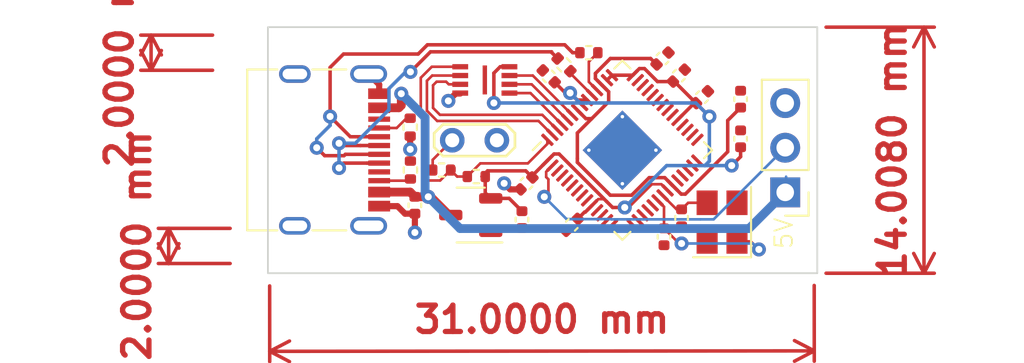
<source format=kicad_pcb>
(kicad_pcb (version 20221018) (generator pcbnew)
  (layers (0 "F.Cu" signal) (31 "B.Cu" signal) (34 "B.Paste" user) (35 "F.Paste" user) (36 "B.SilkS" user "B.Silkscreen") (37 "F.SilkS" user "F.Silkscreen") (38 "B.Mask" user) (39 "F.Mask" user) (44 "Edge.Cuts" user))
  (net 0 "")
  (net 1 "+5V")
  (net 2 "GND")
  (net 3 "+3.3V")
  (net 4 "+1V1")
  (net 5 "/XIN")
  (net 7 "Net-(J2-Pin_2)")
  (net 8 "Net-(J3-Pin_2)")
  (net 9 "/D+")
  (net 10 "Net-(U2-USB_DP)")
  (net 11 "/D-")
  (net 12 "Net-(U2-USB_DM)")
  (net 13 "/SS")
  (net 14 "/XOUT")
  (net 48 "/D3")
  (net 49 "/CLK")
  (net 50 "/D0")
  (net 51 "/D2")
  (net 52 "/D1")
  (net 53 "Net-(J1-CC1)")
  (net 54 "Net-(J1-CC2)")
  (footprint "Capacitor_SMD:C_0402_1005Metric" (layer "F.Cu") (at 160.359411 102.530589 45)
    (fp_text reference "C17" hide)
    (fp_text value "10u" hide)
    (fp_line (start -0.107836 -0.36) (end 0.107836 -0.36) (stroke (width 0.12)) (layer "F.SilkS"))
    (fp_line (start -0.107836 0.36) (end 0.107836 0.36) (stroke (width 0.12)) (layer "F.SilkS"))
    (pad "1" smd roundrect (at -0.48 0 45) (size 0.56 0.62) (layers "F.Cu" "F.Paste" "F.Mask") (net 3 "+3.3V"))
    (pad "2" smd roundrect (at 0.48 0 45) (size 0.56 0.62) (layers "F.Cu" "F.Paste" "F.Mask") (net 2 "GND"))
  )
  (footprint "Resistor_SMD:R_0402_1005Metric" (layer "F.Cu") (at 143.764 106.678 -90)
    (fp_text reference "R6" hide)
    (fp_text value "5.1k" hide)
    (fp_line (start -0.153641 -0.38) (end 0.153641 -0.38) (stroke (width 0.12)) (layer "F.SilkS"))
    (fp_line (start -0.153641 0.38) (end 0.153641 0.38) (stroke (width 0.12)) (layer "F.SilkS"))
    (pad "1" smd roundrect (at -0.51 0 270) (size 0.54 0.64) (layers "F.Cu" "F.Paste" "F.Mask") (net 2 "GND"))
    (pad "2" smd roundrect (at 0.51 0 270) (size 0.54 0.64) (layers "F.Cu" "F.Paste" "F.Mask") (net 54 "Net-(J1-CC2)"))
  )
  (footprint "Capacitor_SMD:C_0402_1005Metric" (layer "F.Cu") (at 158.115 100.33 45)
    (fp_text reference "C5" hide)
    (fp_text value "100n" hide)
    (fp_line (start -0.107836 -0.36) (end 0.107836 -0.36) (stroke (width 0.12)) (layer "F.SilkS"))
    (fp_line (start -0.107836 0.36) (end 0.107836 0.36) (stroke (width 0.12)) (layer "F.SilkS"))
    (pad "1" smd roundrect (at -0.48 0 45) (size 0.56 0.62) (layers "F.Cu" "F.Paste" "F.Mask") (net 4 "+1V1"))
    (pad "2" smd roundrect (at 0.48 0 45) (size 0.56 0.62) (layers "F.Cu" "F.Paste" "F.Mask") (net 2 "GND"))
  )
  (footprint "Resistor_SMD:R_0402_1005Metric" (layer "F.Cu") (at 143.75 104.24 90)
    (fp_text reference "R7" hide)
    (fp_text value "5.1k" hide)
    (fp_line (start -0.153641 -0.38) (end 0.153641 -0.38) (stroke (width 0.12)) (layer "F.SilkS"))
    (fp_line (start -0.153641 0.38) (end 0.153641 0.38) (stroke (width 0.12)) (layer "F.SilkS"))
    (pad "1" smd roundrect (at -0.51 0 90) (size 0.54 0.64) (layers "F.Cu" "F.Paste" "F.Mask") (net 2 "GND"))
    (pad "2" smd roundrect (at 0.51 0 90) (size 0.54 0.64) (layers "F.Cu" "F.Paste" "F.Mask") (net 53 "Net-(J1-CC1)"))
  )
  (footprint "Capacitor_SMD:C_0402_1005Metric" (layer "F.Cu") (at 150.114 109.502 -90)
    (fp_text reference "C12" hide)
    (fp_text value "100n" hide)
    (fp_line (start -0.107836 -0.36) (end 0.107836 -0.36) (stroke (width 0.12)) (layer "F.SilkS"))
    (fp_line (start -0.107836 0.36) (end 0.107836 0.36) (stroke (width 0.12)) (layer "F.SilkS"))
    (pad "1" smd roundrect (at -0.48 0 270) (size 0.56 0.62) (layers "F.Cu" "F.Paste" "F.Mask") (net 3 "+3.3V"))
    (pad "2" smd roundrect (at 0.48 0 270) (size 0.56 0.62) (layers "F.Cu" "F.Paste" "F.Mask") (net 2 "GND"))
  )
  (footprint "Package_TO_SOT_SMD:SOT-23-3" (layer "F.Cu") (at 147.1985 109.243122 180)
    (fp_text reference "U1" hide)
    (fp_text value "XC6206PxxxMR" hide)
    (fp_line (start 0 -1.56) (end -1.8 -1.56) (stroke (width 0.12)) (layer "F.SilkS"))
    (fp_line (start 0 -1.56) (end 0.8 -1.56) (stroke (width 0.12)) (layer "F.SilkS"))
    (fp_line (start 0 1.56) (end -0.8 1.56) (stroke (width 0.12)) (layer "F.SilkS"))
    (fp_line (start 0 1.56) (end 0.8 1.56) (stroke (width 0.12)) (layer "F.SilkS"))
    (pad "1" smd roundrect (at -1.1375 -0.95 180) (size 1.325 0.6) (layers "F.Cu" "F.Paste" "F.Mask") (net 2 "GND"))
    (pad "2" smd roundrect (at -1.1375 0.95 180) (size 1.325 0.6) (layers "F.Cu" "F.Paste" "F.Mask") (net 3 "+3.3V"))
    (pad "3" smd roundrect (at 1.1375 0 180) (size 1.325 0.6) (layers "F.Cu" "F.Paste" "F.Mask") (net 1 "+5V"))
  )
  (footprint "Connector_USB:USB_C_Receptacle_G-Switch_GT-USB-7010ASV" (layer "F.Cu") (at 138.261 105.535 -90)
    (fp_text reference "J1" hide)
    (fp_text value "USB_C_Receptacle_USB2.0" hide)
    (fp_line (start -4.58 -1.85) (end -4.58 0.07) (stroke (width 0.12)) (layer "F.SilkS"))
    (fp_line (start -4.58 3.785) (end -4.58 2.08) (stroke (width 0.12)) (layer "F.SilkS"))
    (fp_line (start 4.58 0.07) (end 4.58 -1.85) (stroke (width 0.12)) (layer "F.SilkS"))
    (fp_line (start 4.58 2.08) (end 4.58 3.785) (stroke (width 0.12)) (layer "F.SilkS"))
    (fp_line (start 4.58 3.785) (end -4.58 3.785) (stroke (width 0.12)) (layer "F.SilkS"))
    (pad "" np_thru_hole circle (at -2.89 -2.605 270) (size 0.65 0.65) (drill 0.65) (layers "*.Cu" "*.Mask"))
    (pad "" np_thru_hole circle (at 2.89 -2.605 270) (size 0.65 0.65) (drill 0.65) (layers "*.Cu" "*.Mask"))
    (pad "A1" smd rect (at -3.2 -3.725 270) (size 0.6 1.24) (layers "F.Cu" "F.Paste" "F.Mask") (net 2 "GND"))
    (pad "A4" smd rect (at -2.4 -3.725 270) (size 0.6 1.24) (layers "F.Cu" "F.Paste" "F.Mask") (net 1 "+5V"))
    (pad "A5" smd rect (at -1.25 -3.725 270) (size 0.3 1.24) (layers "F.Cu" "F.Paste" "F.Mask") (net 53 "Net-(J1-CC1)"))
    (pad "A6" smd rect (at -0.25 -3.725 270) (size 0.3 1.24) (layers "F.Cu" "F.Paste" "F.Mask") (net 9 "/D+"))
    (pad "A7" smd rect (at 0.25 -3.725 270) (size 0.3 1.24) (layers "F.Cu" "F.Paste" "F.Mask") (net 11 "/D-"))
    (pad "A8" smd rect (at 1.25 -3.725 270) (size 0.3 1.24) (layers "F.Cu" "F.Paste" "F.Mask"))
    (pad "A9" smd rect (at 2.4 -3.725 270) (size 0.6 1.24) (layers "F.Cu" "F.Paste" "F.Mask") (net 1 "+5V"))
    (pad "A12" smd rect (at 3.2 -3.725 270) (size 0.6 1.24) (layers "F.Cu" "F.Paste" "F.Mask") (net 2 "GND"))
    (pad "B1" smd rect (at 3.2 -3.725 270) (size 0.6 1.24) (layers "F.Cu" "F.Paste" "F.Mask") (net 2 "GND"))
    (pad "B4" smd rect (at 2.4 -3.725 270) (size 0.6 1.24) (layers "F.Cu" "F.Paste" "F.Mask") (net 1 "+5V"))
    (pad "B5" smd rect (at 1.75 -3.725 270) (size 0.3 1.24) (layers "F.Cu" "F.Paste" "F.Mask") (net 54 "Net-(J1-CC2)"))
    (pad "B6" smd rect (at 0.75 -3.725 270) (size 0.3 1.24) (layers "F.Cu" "F.Paste" "F.Mask") (net 9 "/D+"))
    (pad "B7" smd rect (at -0.75 -3.725 270) (size 0.3 1.24) (layers "F.Cu" "F.Paste" "F.Mask") (net 11 "/D-"))
    (pad "B8" smd rect (at -1.75 -3.725 270) (size 0.3 1.24) (layers "F.Cu" "F.Paste" "F.Mask"))
    (pad "B9" smd rect (at -2.4 -3.725 270) (size 0.6 1.24) (layers "F.Cu" "F.Paste" "F.Mask") (net 1 "+5V"))
    (pad "B12" smd rect (at -3.2 -3.725 270) (size 0.6 1.24) (layers "F.Cu" "F.Paste" "F.Mask") (net 2 "GND"))
    (pad "S1" thru_hole oval (at -4.32 -3.125 270) (size 1 2.1) (drill oval 0.6 1.7) (layers "*.Cu" "*.Mask") (net 2 "GND"))
    (pad "S1" thru_hole oval (at -4.32 1.075 270) (size 1 1.8) (drill oval 0.6 1.4) (layers "*.Cu" "*.Mask") (net 2 "GND"))
    (pad "S1" thru_hole oval (at 4.32 -3.125 270) (size 1 2.1) (drill oval 0.6 1.7) (layers "*.Cu" "*.Mask") (net 2 "GND"))
    (pad "S1" thru_hole oval (at 4.32 1.075 270) (size 1 1.8) (drill oval 0.6 1.4) (layers "*.Cu" "*.Mask") (net 2 "GND"))
  )
  (footprint "Capacitor_SMD:C_0402_1005Metric" (layer "F.Cu") (at 150.368 107.442 -135)
    (fp_text reference "C8" hide)
    (fp_text value "100n" hide)
    (fp_line (start -0.107836 -0.36) (end 0.107836 -0.36) (stroke (width 0.12)) (layer "F.SilkS"))
    (fp_line (start -0.107836 0.36) (end 0.107836 0.36) (stroke (width 0.12)) (layer "F.SilkS"))
    (pad "1" smd roundrect (at -0.48 0 225) (size 0.56 0.62) (layers "F.Cu" "F.Paste" "F.Mask") (net 3 "+3.3V"))
    (pad "2" smd roundrect (at 0.48 0 225) (size 0.56 0.62) (layers "F.Cu" "F.Paste" "F.Mask") (net 2 "GND"))
  )
  (footprint "Package_DFN_QFN:QFN-56-1EP_7x7mm_P0.4mm_EP3.2x3.2mm_ThermalVias" (layer "F.Cu") (at 155.83 105.55 45)
    (fp_text reference "U2" hide)
    (fp_text value "RP2040" hide)
    (fp_line (start -3.61 3.61) (end -3.61 2.96) (stroke (width 0.12)) (layer "F.SilkS"))
    (fp_line (start -2.96 -3.61) (end -3.61 -3.61) (stroke (width 0.12)) (layer "F.SilkS"))
    (fp_line (start -2.96 3.61) (end -3.61 3.61) (stroke (width 0.12)) (layer "F.SilkS"))
    (fp_line (start 2.96 -3.61) (end 3.61 -3.61) (stroke (width 0.12)) (layer "F.SilkS"))
    (fp_line (start 2.96 3.61) (end 3.61 3.61) (stroke (width 0.12)) (layer "F.SilkS"))
    (fp_line (start 3.61 -3.61) (end 3.61 -2.96) (stroke (width 0.12)) (layer "F.SilkS"))
    (fp_line (start 3.61 3.61) (end 3.61 2.96) (stroke (width 0.12)) (layer "F.SilkS"))
    (pad "1" smd roundrect (at -3.4375 -2.6 45) (size 0.875 0.2) (layers "F.Cu" "F.Paste" "F.Mask") (net 3 "+3.3V"))
    (pad "2" smd roundrect (at -3.4375 -2.2 45) (size 0.875 0.2) (layers "F.Cu" "F.Paste" "F.Mask") (net 8 "Net-(J3-Pin_2)"))
    (pad "3" smd roundrect (at -3.4375 -1.8 45) (size 0.875 0.2) (layers "F.Cu" "F.Paste" "F.Mask"))
    (pad "4" smd roundrect (at -3.4375 -1.4 45) (size 0.875 0.2) (layers "F.Cu" "F.Paste" "F.Mask"))
    (pad "5" smd roundrect (at -3.4375 -1 45) (size 0.875 0.2) (layers "F.Cu" "F.Paste" "F.Mask"))
    (pad "6" smd roundrect (at -3.4375 -0.6 45) (size 0.875 0.2) (layers "F.Cu" "F.Paste" "F.Mask"))
    (pad "7" smd roundrect (at -3.4375 -0.2 45) (size 0.875 0.2) (layers "F.Cu" "F.Paste" "F.Mask"))
    (pad "8" smd roundrect (at -3.4375 0.2 45) (size 0.875 0.2) (layers "F.Cu" "F.Paste" "F.Mask"))
    (pad "9" smd roundrect (at -3.4375 0.6 45) (size 0.875 0.2) (layers "F.Cu" "F.Paste" "F.Mask"))
    (pad "10" smd roundrect (at -3.4375 1 45) (size 0.875 0.2) (layers "F.Cu" "F.Paste" "F.Mask") (net 3 "+3.3V"))
    (pad "11" smd roundrect (at -3.4375 1.4 45) (size 0.875 0.2) (layers "F.Cu" "F.Paste" "F.Mask"))
    (pad "12" smd roundrect (at -3.4375 1.8 45) (size 0.875 0.2) (layers "F.Cu" "F.Paste" "F.Mask"))
    (pad "13" smd roundrect (at -3.4375 2.2 45) (size 0.875 0.2) (layers "F.Cu" "F.Paste" "F.Mask"))
    (pad "14" smd roundrect (at -3.4375 2.6 45) (size 0.875 0.2) (layers "F.Cu" "F.Paste" "F.Mask"))
    (pad "15" smd roundrect (at -2.6 3.4375 45) (size 0.2 0.875) (layers "F.Cu" "F.Paste" "F.Mask"))
    (pad "16" smd roundrect (at -2.2 3.4375 45) (size 0.2 0.875) (layers "F.Cu" "F.Paste" "F.Mask"))
    (pad "17" smd roundrect (at -1.8 3.4375 45) (size 0.2 0.875) (layers "F.Cu" "F.Paste" "F.Mask"))
    (pad "18" smd roundrect (at -1.4 3.4375 45) (size 0.2 0.875) (layers "F.Cu" "F.Paste" "F.Mask"))
    (pad "19" smd roundrect (at -1 3.4375 45) (size 0.2 0.875) (layers "F.Cu" "F.Paste" "F.Mask"))
    (pad "20" smd roundrect (at -0.6 3.4375 45) (size 0.2 0.875) (layers "F.Cu" "F.Paste" "F.Mask") (net 5 "/XIN"))
    (pad "21" smd roundrect (at -0.2 3.4375 45) (size 0.2 0.875) (layers "F.Cu" "F.Paste" "F.Mask") (net 14 "/XOUT"))
    (pad "22" smd roundrect (at 0.2 3.4375 45) (size 0.2 0.875) (layers "F.Cu" "F.Paste" "F.Mask") (net 3 "+3.3V"))
    (pad "23" smd roundrect (at 0.6 3.4375 45) (size 0.2 0.875) (layers "F.Cu" "F.Paste" "F.Mask") (net 4 "+1V1"))
    (pad "24" smd roundrect (at 1 3.4375 45) (size 0.2 0.875) (layers "F.Cu" "F.Paste" "F.Mask"))
    (pad "25" smd roundrect (at 1.4 3.4375 45) (size 0.2 0.875) (layers "F.Cu" "F.Paste" "F.Mask"))
    (pad "26" smd roundrect (at 1.8 3.4375 45) (size 0.2 0.875) (layers "F.Cu" "F.Paste" "F.Mask"))
    (pad "27" smd roundrect (at 2.2 3.4375 45) (size 0.2 0.875) (layers "F.Cu" "F.Paste" "F.Mask"))
    (pad "28" smd roundrect (at 2.6 3.4375 45) (size 0.2 0.875) (layers "F.Cu" "F.Paste" "F.Mask"))
    (pad "29" smd roundrect (at 3.4375 2.6 45) (size 0.875 0.2) (layers "F.Cu" "F.Paste" "F.Mask"))
    (pad "30" smd roundrect (at 3.4375 2.2 45) (size 0.875 0.2) (layers "F.Cu" "F.Paste" "F.Mask"))
    (pad "31" smd roundrect (at 3.4375 1.8 45) (size 0.875 0.2) (layers "F.Cu" "F.Paste" "F.Mask"))
    (pad "32" smd roundrect (at 3.4375 1.4 45) (size 0.875 0.2) (layers "F.Cu" "F.Paste" "F.Mask"))
    (pad "33" smd roundrect (at 3.4375 1 45) (size 0.875 0.2) (layers "F.Cu" "F.Paste" "F.Mask") (net 3 "+3.3V"))
    (pad "34" smd roundrect (at 3.4375 0.6 45) (size 0.875 0.2) (layers "F.Cu" "F.Paste" "F.Mask"))
    (pad "35" smd roundrect (at 3.4375 0.2 45) (size 0.875 0.2) (layers "F.Cu" "F.Paste" "F.Mask"))
    (pad "36" smd roundrect (at 3.4375 -0.2 45) (size 0.875 0.2) (layers "F.Cu" "F.Paste" "F.Mask"))
    (pad "37" smd roundrect (at 3.4375 -0.6 45) (size 0.875 0.2) (layers "F.Cu" "F.Paste" "F.Mask"))
    (pad "38" smd roundrect (at 3.4375 -1 45) (size 0.875 0.2) (layers "F.Cu" "F.Paste" "F.Mask"))
    (pad "39" smd roundrect (at 3.4375 -1.4 45) (size 0.875 0.2) (layers "F.Cu" "F.Paste" "F.Mask"))
    (pad "40" smd roundrect (at 3.4375 -1.8 45) (size 0.875 0.2) (layers "F.Cu" "F.Paste" "F.Mask"))
    (pad "41" smd roundrect (at 3.4375 -2.2 45) (size 0.875 0.2) (layers "F.Cu" "F.Paste" "F.Mask"))
    (pad "42" smd roundrect (at 3.4375 -2.6 45) (size 0.875 0.2) (layers "F.Cu" "F.Paste" "F.Mask") (net 3 "+3.3V"))
    (pad "43" smd roundrect (at 2.6 -3.4375 45) (size 0.2 0.875) (layers "F.Cu" "F.Paste" "F.Mask") (net 3 "+3.3V"))
    (pad "44" smd roundrect (at 2.2 -3.4375 45) (size 0.2 0.875) (layers "F.Cu" "F.Paste" "F.Mask") (net 3 "+3.3V"))
    (pad "45" smd roundrect (at 1.8 -3.4375 45) (size 0.2 0.875) (layers "F.Cu" "F.Paste" "F.Mask") (net 4 "+1V1"))
    (pad "46" smd roundrect (at 1.4 -3.4375 45) (size 0.2 0.875) (layers "F.Cu" "F.Paste" "F.Mask") (net 12 "Net-(U2-USB_DM)"))
    (pad "47" smd roundrect (at 1 -3.4375 45) (size 0.2 0.875) (layers "F.Cu" "F.Paste" "F.Mask") (net 10 "Net-(U2-USB_DP)"))
    (pad "48" smd roundrect (at 0.6 -3.4375 45) (size 0.2 0.875) (layers "F.Cu" "F.Paste" "F.Mask") (net 3 "+3.3V"))
    (pad "49" smd roundrect (at 0.2 -3.4375 45) (size 0.2 0.875) (layers "F.Cu" "F.Paste" "F.Mask") (net 3 "+3.3V"))
    (pad "50" smd roundrect (at -0.2 -3.4375 45) (size 0.2 0.875) (layers "F.Cu" "F.Paste" "F.Mask") (net 4 "+1V1"))
    (pad "51" smd roundrect (at -0.6 -3.4375 45) (size 0.2 0.875) (layers "F.Cu" "F.Paste" "F.Mask") (net 48 "/D3"))
    (pad "52" smd roundrect (at -1 -3.4375 45) (size 0.2 0.875) (layers "F.Cu" "F.Paste" "F.Mask") (net 49 "/CLK"))
    (pad "53" smd roundrect (at -1.4 -3.4375 45) (size 0.2 0.875) (layers "F.Cu" "F.Paste" "F.Mask") (net 50 "/D0"))
    (pad "54" smd roundrect (at -1.8 -3.4375 45) (size 0.2 0.875) (layers "F.Cu" "F.Paste" "F.Mask") (net 51 "/D2"))
    (pad "55" smd roundrect (at -2.2 -3.4375 45) (size 0.2 0.875) (layers "F.Cu" "F.Paste" "F.Mask") (net 52 "/D1"))
    (pad "56" smd roundrect (at -2.6 -3.4375 45) (size 0.2 0.875) (layers "F.Cu" "F.Paste" "F.Mask") (net 13 "/SS"))
    (pad "57" thru_hole circle (at -1.35 -1.35 45) (size 0.5 0.5) (drill 0.2) (layers "*.Cu") (net 2 "GND"))
    (pad "57" thru_hole circle (at -1.35 1.35 45) (size 0.5 0.5) (drill 0.2) (layers "*.Cu") (net 2 "GND"))
    (pad "57" smd rect (at 0 0 45) (size 3.2 3.2) (layers "F.Cu" "F.Mask") (net 2 "GND"))
    (pad "57" smd rect (at 0 0 45) (size 3.2 3.2) (layers "B.Cu") (net 2 "GND"))
    (pad "57" thru_hole circle (at 1.35 -1.35 45) (size 0.5 0.5) (drill 0.2) (layers "*.Cu") (net 2 "GND"))
    (pad "57" thru_hole circle (at 1.35 1.35 45) (size 0.5 0.5) (drill 0.2) (layers "*.Cu") (net 2 "GND"))
  )
  (footprint "TestPoint:TestPoint_2Pads_Pitch2.54mm_Drill0.8mm" (layer "F.Cu") (at 148.684521 104.984494 180)
    (fp_text reference "J2" hide)
    (fp_text value "Conn_01x02_Socket" hide)
    (fp_line (start -1.03 -0.4) (end -0.53 -0.9) (stroke (width 0.15)) (layer "F.SilkS"))
    (fp_line (start -1.03 0.4) (end -1.03 -0.4) (stroke (width 0.15)) (layer "F.SilkS"))
    (fp_line (start -0.53 -0.9) (end 3.07 -0.9) (stroke (width 0.15)) (layer "F.SilkS"))
    (fp_line (start -0.53 0.9) (end -1.03 0.4) (stroke (width 0.15)) (layer "F.SilkS"))
    (fp_line (start 3.07 -0.9) (end 3.57 -0.4) (stroke (width 0.15)) (layer "F.SilkS"))
    (fp_line (start 3.07 0.9) (end -0.53 0.9) (stroke (width 0.15)) (layer "F.SilkS"))
    (fp_line (start 3.57 -0.4) (end 3.57 0.4) (stroke (width 0.15)) (layer "F.SilkS"))
    (fp_line (start 3.57 0.4) (end 3.07 0.9) (stroke (width 0.15)) (layer "F.SilkS"))
    (pad "1" thru_hole circle (at 0 0 180) (size 1.4 1.4) (drill 0.8) (layers "*.Cu" "*.Mask") (net 2 "GND"))
    (pad "2" thru_hole circle (at 2.54 0 180) (size 1.4 1.4) (drill 0.8) (layers "*.Cu" "*.Mask") (net 7 "Net-(J2-Pin_2)"))
  )
  (footprint "Resistor_SMD:R_0402_1005Metric" (layer "F.Cu") (at 153.922 100)
    (fp_text reference "R2" hide)
    (fp_text value "27.4" hide)
    (fp_line (start -0.153641 -0.38) (end 0.153641 -0.38) (stroke (width 0.12)) (layer "F.SilkS"))
    (fp_line (start -0.153641 0.38) (end 0.153641 0.38) (stroke (width 0.12)) (layer "F.SilkS"))
    (pad "1" smd roundrect (at -0.51 0) (size 0.54 0.64) (layers "F.Cu" "F.Paste" "F.Mask") (net 11 "/D-"))
    (pad "2" smd roundrect (at 0.51 0) (size 0.54 0.64) (layers "F.Cu" "F.Paste" "F.Mask") (net 12 "Net-(U2-USB_DM)"))
  )
  (footprint "Capacitor_SMD:C_0402_1005Metric" (layer "F.Cu") (at 144.018 108.684 -90)
    (fp_text reference "C1" hide)
    (fp_text value "1uF" hide)
    (fp_line (start -0.107836 -0.36) (end 0.107836 -0.36) (stroke (width 0.12)) (layer "F.SilkS"))
    (fp_line (start -0.107836 0.36) (end 0.107836 0.36) (stroke (width 0.12)) (layer "F.SilkS"))
    (pad "1" smd roundrect (at -0.48 0 270) (size 0.56 0.62) (layers "F.Cu" "F.Paste" "F.Mask") (net 1 "+5V"))
    (pad "2" smd roundrect (at 0.48 0 270) (size 0.56 0.62) (layers "F.Cu" "F.Paste" "F.Mask") (net 2 "GND"))
  )
  (footprint "Capacitor_SMD:C_0402_1005Metric" (layer "F.Cu") (at 162.56 102.644 90)
    (fp_text reference "C4" hide)
    (fp_text value "100n" hide)
    (fp_line (start -0.107836 -0.36) (end 0.107836 -0.36) (stroke (width 0.12)) (layer "F.SilkS"))
    (fp_line (start -0.107836 0.36) (end 0.107836 0.36) (stroke (width 0.12)) (layer "F.SilkS"))
    (pad "1" smd roundrect (at -0.48 0 90) (size 0.56 0.62) (layers "F.Cu" "F.Paste" "F.Mask") (net 4 "+1V1"))
    (pad "2" smd roundrect (at 0.48 0 90) (size 0.56 0.62) (layers "F.Cu" "F.Paste" "F.Mask") (net 2 "GND"))
  )
  (footprint "Resistor_SMD:R_0402_1005Metric" (layer "F.Cu") (at 145.542 106.68)
    (fp_text reference "R4" hide)
    (fp_text value "1k" hide)
    (fp_line (start -0.153641 -0.38) (end 0.153641 -0.38) (stroke (width 0.12)) (layer "F.SilkS"))
    (fp_line (start -0.153641 0.38) (end 0.153641 0.38) (stroke (width 0.12)) (layer "F.SilkS"))
    (pad "1" smd roundrect (at -0.51 0) (size 0.54 0.64) (layers "F.Cu" "F.Paste" "F.Mask") (net 7 "Net-(J2-Pin_2)"))
    (pad "2" smd roundrect (at 0.51 0) (size 0.54 0.64) (layers "F.Cu" "F.Paste" "F.Mask") (net 13 "/SS"))
  )
  (footprint "Capacitor_SMD:C_0402_1005Metric" (layer "F.Cu") (at 158.2 110.48 90)
    (fp_text reference "C16" hide)
    (fp_text value "27p" hide)
    (fp_line (start -0.107836 -0.36) (end 0.107836 -0.36) (stroke (width 0.12)) (layer "F.SilkS"))
    (fp_line (start -0.107836 0.36) (end 0.107836 0.36) (stroke (width 0.12)) (layer "F.SilkS"))
    (pad "1" smd roundrect (at -0.48 0 90) (size 0.56 0.62) (layers "F.Cu" "F.Paste" "F.Mask") (net 2 "GND"))
    (pad "2" smd roundrect (at 0.48 0 90) (size 0.56 0.62) (layers "F.Cu" "F.Paste" "F.Mask") (net 5 "/XIN"))
  )
  (footprint "Resistor_SMD:R_0402_1005Metric" (layer "F.Cu") (at 147.5125 107.05 180)
    (fp_text reference "R3" hide)
    (fp_text value "DNF" hide)
    (fp_line (start -0.153641 -0.38) (end 0.153641 -0.38) (stroke (width 0.12)) (layer "F.SilkS"))
    (fp_line (start -0.153641 0.38) (end 0.153641 0.38) (stroke (width 0.12)) (layer "F.SilkS"))
    (pad "1" smd roundrect (at -0.51 0 180) (size 0.54 0.64) (layers "F.Cu" "F.Paste" "F.Mask") (net 3 "+3.3V"))
    (pad "2" smd roundrect (at 0.51 0 180) (size 0.54 0.64) (layers "F.Cu" "F.Paste" "F.Mask") (net 13 "/SS"))
  )
  (footprint "Crystal:Crystal_SMD_3225-4Pin_3.2x2.5mm" (layer "F.Cu") (at 161.505 109.644 90)
    (fp_text reference "Y2" hide)
    (fp_text value "Crystal_GND23_Small" hide)
    (fp_line (start -2 -1.65) (end -2 1.65) (stroke (width 0.12)) (layer "F.SilkS"))
    (fp_line (start -2 1.65) (end 2 1.65) (stroke (width 0.12)) (layer "F.SilkS"))
    (pad "1" smd rect (at -1.1 0.85 90) (size 1.4 1.2) (layers "F.Cu" "F.Paste" "F.Mask") (net 5 "/XIN"))
    (pad "2" smd rect (at 1.1 0.85 90) (size 1.4 1.2) (layers "F.Cu" "F.Paste" "F.Mask") (net 2 "GND"))
    (pad "3" smd rect (at 1.1 -0.85 90) (size 1.4 1.2) (layers "F.Cu" "F.Paste" "F.Mask") (net 14 "/XOUT"))
    (pad "4" smd rect (at -1.1 -0.85 90) (size 1.4 1.2) (layers "F.Cu" "F.Paste" "F.Mask") (net 2 "GND"))
  )
  (footprint "Resistor_SMD:R_0402_1005Metric" (layer "F.Cu") (at 152.506624 100.690624 -45)
    (fp_text reference "R1" hide)
    (fp_text value "27.4" hide)
    (fp_line (start -0.153641 -0.38) (end 0.153641 -0.38) (stroke (width 0.12)) (layer "F.SilkS"))
    (fp_line (start -0.153641 0.38) (end 0.153641 0.38) (stroke (width 0.12)) (layer "F.SilkS"))
    (pad "1" smd roundrect (at -0.51 0 315) (size 0.54 0.64) (layers "F.Cu" "F.Paste" "F.Mask") (net 9 "/D+"))
    (pad "2" smd roundrect (at 0.51 0 315) (size 0.54 0.64) (layers "F.Cu" "F.Paste" "F.Mask") (net 10 "Net-(U2-USB_DP)"))
  )
  (footprint "Capacitor_SMD:C_0402_1005Metric" (layer "F.Cu") (at 152.95 109.8 -135)
    (fp_text reference "C7" hide)
    (fp_text value "100n" hide)
    (fp_line (start -0.107836 -0.36) (end 0.107836 -0.36) (stroke (width 0.12)) (layer "F.SilkS"))
    (fp_line (start -0.107836 0.36) (end 0.107836 0.36) (stroke (width 0.12)) (layer "F.SilkS"))
    (pad "1" smd roundrect (at -0.48 0 225) (size 0.56 0.62) (layers "F.Cu" "F.Paste" "F.Mask") (net 3 "+3.3V"))
    (pad "2" smd roundrect (at 0.48 0 225) (size 0.56 0.62) (layers "F.Cu" "F.Paste" "F.Mask") (net 2 "GND"))
  )
  (footprint "Library:SON50P300X200X60-9N" (layer "F.Cu") (at 148 101.55)
    (fp_text reference "IC1" hide)
    (fp_text value "W25Q16JVUXIQ" hide)
    (pad "1" smd rect (at -1.4 -0.75) (size 0.9 0.3) (layers "F.Cu" "F.Paste" "F.Mask") (net 13 "/SS"))
    (pad "2" smd rect (at -1.4 -0.25) (size 0.9 0.3) (layers "F.Cu" "F.Paste" "F.Mask") (net 52 "/D1"))
    (pad "3" smd rect (at -1.4 0.25) (size 0.9 0.3) (layers "F.Cu" "F.Paste" "F.Mask") (net 51 "/D2"))
    (pad "4" smd rect (at -1.4 0.75) (size 0.9 0.3) (layers "F.Cu" "F.Paste" "F.Mask") (net 2 "GND"))
    (pad "5" smd rect (at 1.4 0.75) (size 0.9 0.3) (layers "F.Cu" "F.Paste" "F.Mask") (net 50 "/D0"))
    (pad "6" smd rect (at 1.4 0.25) (size 0.9 0.3) (layers "F.Cu" "F.Paste" "F.Mask") (net 49 "/CLK"))
    (pad "7" smd rect (at 1.4 -0.25) (size 0.9 0.3) (layers "F.Cu" "F.Paste" "F.Mask") (net 48 "/D3"))
    (pad "8" smd rect (at 1.4 -0.75) (size 0.9 0.3) (layers "F.Cu" "F.Paste" "F.Mask") (net 3 "+3.3V"))
    (pad "9" smd rect (at 0 0 90) (size 1.65 0.25) (layers "F.Cu" "F.Paste" "F.Mask"))
  )
  (footprint "Capacitor_SMD:C_0402_1005Metric" (layer "F.Cu") (at 159.045589 101.304411 45)
    (fp_text reference "C11" hide)
    (fp_text value "100n" hide)
    (fp_line (start -0.107836 -0.36) (end 0.107836 -0.36) (stroke (width 0.12)) (layer "F.SilkS"))
    (fp_line (start -0.107836 0.36) (end 0.107836 0.36) (stroke (width 0.12)) (layer "F.SilkS"))
    (pad "1" smd roundrect (at -0.48 0 45) (size 0.56 0.62) (layers "F.Cu" "F.Paste" "F.Mask") (net 3 "+3.3V"))
    (pad "2" smd roundrect (at 0.48 0 45) (size 0.56 0.62) (layers "F.Cu" "F.Paste" "F.Mask") (net 2 "GND"))
  )
  (footprint "Capacitor_SMD:C_0402_1005Metric" (layer "F.Cu") (at 159.2 109.4 90)
    (fp_text reference "C15" hide)
    (fp_text value "27p" hide)
    (fp_line (start -0.107836 -0.36) (end 0.107836 -0.36) (stroke (width 0.12)) (layer "F.SilkS"))
    (fp_line (start -0.107836 0.36) (end 0.107836 0.36) (stroke (width 0.12)) (layer "F.SilkS"))
    (pad "1" smd roundrect (at -0.48 0 90) (size 0.56 0.62) (layers "F.Cu" "F.Paste" "F.Mask") (net 2 "GND"))
    (pad "2" smd roundrect (at 0.48 0 90) (size 0.56 0.62) (layers "F.Cu" "F.Paste" "F.Mask") (net 14 "/XOUT"))
  )
  (footprint "Capacitor_SMD:C_0402_1005Metric" (layer "F.Cu") (at 151.638 101.346 135)
    (fp_text reference "C14" hide)
    (fp_text value "100n" hide)
    (fp_line (start -0.107836 -0.36) (end 0.107836 -0.36) (stroke (width 0.12)) (layer "F.SilkS"))
    (fp_line (start -0.107836 0.36) (end 0.107836 0.36) (stroke (width 0.12)) (layer "F.SilkS"))
    (pad "1" smd roundrect (at -0.48 0 135) (size 0.56 0.62) (layers "F.Cu" "F.Paste" "F.Mask") (net 3 "+3.3V"))
    (pad "2" smd roundrect (at 0.48 0 135) (size 0.56 0.62) (layers "F.Cu" "F.Paste" "F.Mask") (net 2 "GND"))
  )
  (footprint "Capacitor_SMD:C_0402_1005Metric" (layer "F.Cu") (at 162.56 104.902 90)
    (fp_text reference "C2" hide)
    (fp_text value "1uF" hide)
    (fp_line (start -0.107836 -0.36) (end 0.107836 -0.36) (stroke (width 0.12)) (layer "F.SilkS"))
    (fp_line (start -0.107836 0.36) (end 0.107836 0.36) (stroke (width 0.12)) (layer "F.SilkS"))
    (pad "1" smd roundrect (at -0.48 0 90) (size 0.56 0.62) (layers "F.Cu" "F.Paste" "F.Mask") (net 3 "+3.3V"))
    (pad "2" smd roundrect (at 0.48 0 90) (size 0.56 0.62) (layers "F.Cu" "F.Paste" "F.Mask") (net 2 "GND"))
  )
  (footprint "Connector_PinHeader_2.54mm:PinHeader_1x03_P2.54mm_Vertical" (layer "F.Cu") (at 165.1 107.95 180)
    (fp_text reference "J3" hide)
    (fp_text value "Conn_01x03_Socket" hide)
    (fp_text user "5V" (at -0.508 -3.302 90 unlocked) (layer "F.SilkS") (effects (font (thickness 0.1)) (justify left bottom)))
    (fp_line (start -1.33 -1.33) (end 0 -1.33) (stroke (width 0.12)) (layer "F.SilkS"))
    (fp_line (start -1.33 0) (end -1.33 -1.33) (stroke (width 0.12)) (layer "F.SilkS"))
    (fp_line (start -1.33 1.27) (end -1.33 6.41) (stroke (width 0.12)) (layer "F.SilkS"))
    (fp_line (start -1.33 1.27) (end 1.33 1.27) (stroke (width 0.12)) (layer "F.SilkS"))
    (fp_line (start -1.33 6.41) (end 1.33 6.41) (stroke (width 0.12)) (layer "F.SilkS"))
    (fp_line (start 1.33 1.27) (end 1.33 6.41) (stroke (width 0.12)) (layer "F.SilkS"))
    (pad "1" thru_hole rect (at 0 0 180) (size 1.7 1.7) (drill 1) (layers "*.Cu" "*.Mask") (net 1 "+5V"))
    (pad "2" thru_hole oval (at 0 2.54 180) (size 1.7 1.7) (drill 1) (layers "*.Cu" "*.Mask") (net 8 "Net-(J3-Pin_2)"))
    (pad "3" thru_hole oval (at 0 5.08 180) (size 1.7 1.7) (drill 1) (layers "*.Cu" "*.Mask") (net 2 "GND"))
  )
  (gr_rect (start 135.652 98.546) (end 166.926 112.554) (stroke (width 0.1)) (fill none) (layer "Edge.Cuts"))
  (dimension (type aligned) (layer "F.Cu") (pts (xy 135.75 112.776) (xy 166.75 112.75)) (height 4.224) (gr_text "31.0000 mm" (at 151.252033 115.187 0.04805451349) (layer "F.Cu") (effects (font (size 1.5 1.5) (thickness 0.3)))) (format (prefix "") (suffix "") (units 3) (units_format 1) (precision 4)) (style (thickness 0.2) (arrow_length 1.27) (text_position_mode 0) (extension_height 0.58642) (extension_offset 0.5) keep_text_aligned))
  (dimension (type aligned) (layer "F.Cu") (pts (xy 166.926 112.554) (xy 166.926 98.546)) (height 6.074) (gr_text "14.0080 mm" (at 171.2 105.55 90) (layer "F.Cu") (effects (font (size 1.5 1.5) (thickness 0.3)))) (format (prefix "") (suffix "") (units 3) (units_format 1) (precision 4)) (style (thickness 0.2) (arrow_length 1.27) (text_position_mode 0) (extension_height 0.58642) (extension_offset 0.5) keep_text_aligned))
  (dimension (type aligned) (layer "F.Cu") (pts (xy 133 99) (xy 133 101)) (height 4) (gr_text "2.0000 mm" (at 127.2 100 90) (layer "F.Cu") (effects (font (size 1.5 1.5) (thickness 0.3)))) (format (prefix "") (suffix "") (units 3) (units_format 1) (precision 4)) (style (thickness 0.2) (arrow_length 1.27) (text_position_mode 0) (extension_height 0.58642) (extension_offset 0.5) keep_text_aligned))
  (dimension (type aligned) (layer "F.Cu") (pts (xy 134 112) (xy 134 110)) (height -4) (gr_text "2.0000 mm" (at 128.2 111 90) (layer "F.Cu") (effects (font (size 1.5 1.5) (thickness 0.3)))) (format (prefix "") (suffix "") (units 3) (units_format 1) (precision 4)) (style (thickness 0.2) (arrow_length 1.27) (text_position_mode 0) (extension_height 0.58642) (extension_offset 0.5) keep_text_aligned))
  (segment (start 143.242661 102.528669) (end 143.242661 102.332677) (width 0.35) (layer "F.Cu") (net 1))
  (segment (start 144.018 108.204) (end 144.78 108.204) (width 0.5) (layer "F.Cu") (net 1))
  (segment (start 146.061 109.243122) (end 145.021878 108.204) (width 0.35) (layer "F.Cu") (net 1))
  (segment (start 145.021878 108.204) (end 144.78 108.204) (width 0.35) (layer "F.Cu") (net 1))
  (segment (start 141.986 103.135) (end 143.106 103.135) (width 0.5) (layer "F.Cu") (net 1))
  (segment (start 143.242661 102.998339) (end 143.242661 102.332677) (width 0.5) (layer "F.Cu") (net 1))
  (segment (start 143.749 107.935) (end 144.018 108.204) (width 0.5) (layer "F.Cu") (net 1))
  (segment (start 143.106 103.135) (end 143.242661 102.998339) (width 0.5) (layer "F.Cu") (net 1))
  (segment (start 141.986 107.935) (end 143.749 107.935) (width 0.5) (layer "F.Cu") (net 1))
  (via (at 143.242661 102.332677) (size 0.8) (drill 0.4) (layers "F.Cu" "B.Cu") (net 1))
  (via (at 144.78 108.204) (size 0.8) (drill 0.4) (layers "F.Cu" "B.Cu") (net 1))
  (segment (start 165.15 108.15) (end 165.15 107.06) (width 0.15) (layer "B.Cu") (net 1))
  (segment (start 143.242661 102.332677) (end 144.6 103.690016) (width 0.5) (layer "B.Cu") (net 1))
  (segment (start 144.6 103.690016) (end 144.6 108.024) (width 0.5) (layer "B.Cu") (net 1))
  (segment (start 146.587781 110.011781) (end 144.78 108.204) (width 0.5) (layer "B.Cu") (net 1))
  (segment (start 144.6 108.024) (end 144.78 108.204) (width 0.5) (layer "B.Cu") (net 1))
  (segment (start 165.1 107.95) (end 163.038219 110.011781) (width 0.5) (layer "B.Cu") (net 1))
  (segment (start 144.525 107.949) (end 144.78 108.204) (width 0.35) (layer "B.Cu") (net 1))
  (segment (start 163.038219 110.011781) (end 146.587781 110.011781) (width 0.5) (layer "B.Cu") (net 1))
  (segment (start 150.028589 107.781411) (end 149.443842 107.781411) (width 0.35) (layer "F.Cu") (net 2))
  (segment (start 143.75 105.5) (end 143.75 104.75) (width 0.35) (layer "F.Cu") (net 2))
  (segment (start 141.986 101.815) (end 141.386 101.215) (width 0.35) (layer "F.Cu") (net 2))
  (segment (start 149.443842 107.781411) (end 149.099637 107.437206) (width 0.35) (layer "F.Cu") (net 2))
  (segment (start 154.9 106.48) (end 155.83 105.55) (width 0.35) (layer "F.Cu") (net 2))
  (segment (start 155.83 105.55) (end 155.83 107.08) (width 0.15) (layer "F.Cu") (net 2))
  (segment (start 141.986 102.335) (end 141.986 101.815) (width 0.35) (layer "F.Cu") (net 2))
  (segment (start 144.018 109.164) (end 144.018 110.236) (width 0.35) (layer "F.Cu") (net 2))
  (segment (start 148.684521 104.984494) (end 148.233259 104.984494) (width 0.35) (layer "F.Cu") (net 2))
  (segment (start 146.341 102.325) (end 146.6 102.325) (width 0.35) (layer "F.Cu") (net 2))
  (segment (start 154.93 106.45) (end 155.83 105.55) (width 0.35) (layer "F.Cu") (net 2))
  (segment (start 156.7 106.42) (end 155.83 105.55) (width 0.35) (layer "F.Cu") (net 2))
  (segment (start 155.83 105.55) (end 155.83 106.82) (width 0.15) (layer "F.Cu") (net 2))
  (segment (start 145.923 102.743) (end 146.341 102.325) (width 0.35) (layer "F.Cu") (net 2))
  (segment (start 155.8 105.58) (end 155.83 105.55) (width 0.35) (layer "F.Cu") (net 2))
  (segment (start 143.454 109.164) (end 144.018 109.164) (width 0.35) (layer "F.Cu") (net 2))
  (segment (start 141.986 108.735) (end 143.025 108.735) (width 0.35) (layer "F.Cu") (net 2))
  (segment (start 143.025 108.735) (end 143.454 109.164) (width 0.35) (layer "F.Cu") (net 2))
  (via (at 145.923 102.743) (size 0.8) (drill 0.4) (layers "F.Cu" "B.Cu") (net 2))
  (via (at 143.75 105.5) (size 0.8) (drill 0.4) (layers "F.Cu" "B.Cu") (net 2))
  (via (at 149.099637 107.437206) (size 0.8) (drill 0.4) (layers "F.Cu" "B.Cu") (net 2))
  (via (at 144.018 110.236) (size 0.8) (drill 0.4) (layers "F.Cu" "B.Cu") (net 2))
  (segment (start 154.457943 108.33627) (end 154.762539 108.33627) (width 0.15) (layer "F.Cu") (net 3))
  (segment (start 156.188219 108.811781) (end 155.963036 108.811781) (width 0.15) (layer "F.Cu") (net 3))
  (segment (start 154.106427 108.687786) (end 154.457943 108.33627) (width 0.15) (layer "F.Cu") (net 3))
  (segment (start 153.823585 102.695056) (end 153.257898 102.695056) (width 0.2) (layer "F.Cu") (net 3))
  (segment (start 153.257898 102.695056) (end 152.852921 102.290079) (width 0.2) (layer "F.Cu") (net 3))
  (segment (start 157.828165 101.643822) (end 158.706178 101.643822) (width 0.2) (layer "F.Cu") (net 3))
  (segment (start 156.798716 100.904327) (end 157.08867 100.904327) (width 0.2) (layer "F.Cu") (net 3))
  (segment (start 156.422202 101.280843) (end 156.798716 100.904327) (width 0.2) (layer "F.Cu") (net 3))
  (segment (start 148.0225 107.05) (end 148.0225 107.979622) (width 0.2) (layer "F.Cu") (net 3))
  (segment (start 149.4 100.8) (end 148.875736 100.8) (width 0.2) (layer "F.Cu") (net 3))
  (segment (start 151.560843 106.142202) (end 151.937357 105.765686) (width 0.2) (layer "F.Cu") (net 3))
  (segment (start 151.560843 106.142202) (end 150.707411 106.995634) (width 0.2) (layer "F.Cu") (net 3))
  (segment (start 148.0225 107.979622) (end 148.336 108.293122) (width 0.2) (layer "F.Cu") (net 3))
  (segment (start 148.156243 106.726257) (end 150.331079 106.726257) (width 0.2) (layer "F.Cu") (net 3))
  (segment (start 148.514623 101.161113) (end 148.514623 102.8615) (width 0.2) (layer "F.Cu") (net 3))
  (segment (start 155.273406 108.811781) (end 155.963036 108.811781) (width 0.2) (layer "F.Cu") (net 3))
  (segment (start 148.336 108.293122) (end 149.385122 108.293122) (width 0.2) (layer "F.Cu") (net 3))
  (segment (start 157.08867 100.904327) (end 157.828165 101.643822) (width 0.2) (layer "F.Cu") (net 3))
  (segment (start 154.954955 101.563686) (end 155.237798 101.280843) (width 0.2) (layer "F.Cu") (net 3))
  (segment (start 158.050585 107.487742) (end 157.512258 107.487742) (width 0.15) (layer "F.Cu") (net 3))
  (segment (start 153.540742 102.977899) (end 152.852921 102.290079) (width 0.2) (layer "F.Cu") (net 3))
  (segment (start 152.852921 102.290079) (end 152.582079 102.290079) (width 0.2) (layer "F.Cu") (net 3))
  (segment (start 155.237798 101.280843) (end 156.422202 101.280843) (width 0.2) (layer "F.Cu") (net 3))
  (segment (start 151.937357 105.765686) (end 152.227311 105.765686) (width 0.2) (layer "F.Cu") (net 3))
  (segment (start 157.512258 107.487742) (end 156.188219 108.811781) (width 0.15) (layer "F.Cu") (net 3))
  (segment (start 153.677893 109.072107) (end 153.722107 109.072107) (width 0.2) (layer "F.Cu") (net 3))
  (segment (start 150.331079 106.726257) (end 150.707411 107.102589) (width 0.2) (layer "F.Cu") (net 3))
  (segment (start 152.227311 105.765686) (end 154.930813 108.469188) (width 0.2) (layer "F.Cu") (net 3))
  (segment (start 162.56 105.382) (end 162.56 105.918) (width 0.2) (layer "F.Cu") (net 3))
  (segment (start 149.385122 108.293122) (end 150.114 109.022) (width 0.2) (layer "F.Cu") (net 3))
  (segment (start 159.9 102.894213) (end 158.967786 103.826427) (width 0.2) (layer "F.Cu") (net 3))
  (segment (start 154.930813 108.469188) (end 155.273406 108.811781) (width 0.2) (layer "F.Cu") (net 3))
  (segment (start 147.8325 107.05) (end 148.156243 106.726257) (width 0.2) (layer "F.Cu") (net 3))
  (segment (start 155.237798 101.280843) (end 155.331472 101.374517) (width 0.2) (layer "F.Cu") (net 3))
  (segment (start 162.56 105.918) (end 162.052 106.426) (width 0.2) (layer "F.Cu") (net 3))
  (segment (start 160.02 102.87) (end 160.782 103.632) (width 0.2) (layer "F.Cu") (net 3))
  (segment (start 159.9 102.85) (end 159.9 102.894213) (width 0.2) (layer "F.Cu") (net 3))
  (segment (start 152.582079 102.290079) (end 151.977411 101.685411) (width 0.2) (layer "F.Cu") (net 3))
  (segment (start 158.402101 107.839258) (end 158.050585 107.487742) (width 0.15) (layer "F.Cu") (net 3))
  (segment (start 153.176274 109.573726) (end 153.677893 109.072107) (width 0.2) (layer "F.Cu") (net 3))
  (segment (start 150.707411 106.995634) (end 150.707411 107.102589) (width 0.2) (layer "F.Cu") (net 3))
  (segment (start 154.08594 108.687786) (end 154.106427 108.687786) (width 0.15) (layer "F.Cu") (net 3))
  (segment (start 153.722107 109.072107) (end 154.106427 108.687786) (width 0.2) (layer "F.Cu") (net 3))
  (segment (start 158.706178 101.643822) (end 158.793822 101.643822) (width 0.2) (layer "F.Cu") (net 3))
  (segment (start 158.793822 101.643822) (end 160.02 102.87) (width 0.2) (layer "F.Cu") (net 3))
  (segment (start 148.875736 100.8) (end 148.514623 101.161113) (width 0.2) (layer "F.Cu") (net 3))
  (via (at 160.782 103.632) (size 0.8) (drill 0.4) (layers "F.Cu" "B.Cu") (net 3))
  (via (at 162.052 106.426) (size 0.8) (drill 0.4) (layers "F.Cu" "B.Cu") (net 3))
  (via (at 148.514623 102.8615) (size 0.8) (drill 0.4) (layers "F.Cu" "B.Cu") (net 3))
  (via (at 152.852921 102.290079) (size 0.8) (drill 0.4) (layers "F.Cu" "B.Cu") (net 3))
  (via (at 155.963036 108.811781) (size 0.8) (drill 0.4) (layers "F.Cu" "B.Cu") (net 3))
  (segment (start 160.782 106.172) (end 160.782 103.632) (width 0.2) (layer "B.Cu") (net 3))
  (segment (start 162.052 106.426) (end 160.528 106.426) (width 0.2) (layer "B.Cu") (net 3))
  (segment (start 153.797 102.8615) (end 160.0115 102.8615) (width 0.2) (layer "B.Cu") (net 3))
  (segment (start 160.0115 102.8615) (end 160.782 103.632) (width 0.2) (layer "B.Cu") (net 3))
  (segment (start 160.528 106.426) (end 158.348817 106.426) (width 0.2) (layer "B.Cu") (net 3))
  (segment (start 160.528 106.426) (end 160.782 106.172) (width 0.2) (layer "B.Cu") (net 3))
  (segment (start 158.348817 106.426) (end 155.963036 108.811781) (width 0.2) (layer "B.Cu") (net 3))
  (segment (start 148.514623 102.8615) (end 153.162 102.8615) (width 0.2) (layer "B.Cu") (net 3))
  (segment (start 153.162 102.8615) (end 153.797 102.8615) (width 0.2) (layer "B.Cu") (net 3))
  (segment (start 152.852921 102.290079) (end 153.424342 102.8615) (width 0.2) (layer "B.Cu") (net 3))
  (segment (start 153.424342 102.8615) (end 153.797 102.8615) (width 0.2) (layer "B.Cu") (net 3))
  (segment (start 154.295596 101.470011) (end 154.672113 101.846528) (width 0.2) (layer "F.Cu") (net 4))
  (segment (start 156.356928 108.112742) (end 155.140054 108.112742) (width 0.2) (layer "F.Cu") (net 4))
  (segment (start 158.684944 107.556415) (end 159.178529 108.05) (width 0.2) (layer "F.Cu") (net 4))
  (segment (start 159.412 108.05) (end 161.826 105.636) (width 0.2) (layer "F.Cu") (net 4))
  (segment (start 153.267258 104.570098) (end 153.267258 106.023258) (width 0.2) (layer "F.Cu") (net 4))
  (segment (start 155.048629 102.788727) (end 154.082944 103.754412) (width 0.2) (layer "F.Cu") (net 4))
  (segment (start 153.267258 106.023258) (end 153.267258 106.239947) (width 0.2) (layer "F.Cu") (net 4))
  (segment (start 161.826 105.636) (end 161.826 103.858) (width 0.2) (layer "F.Cu") (net 4))
  (segment (start 155.140054 108.112742) (end 154.958656 107.931344) (width 0.2) (layer "F.Cu") (net 4))
  (segment (start 154.082944 103.754412) (end 153.267258 104.570098) (width 0.2) (layer "F.Cu") (net 4))
  (segment (start 156.356928 108.112742) (end 157.356928 107.112742) (width 0.2) (layer "F.Cu") (net 4))
  (segment (start 153.75157 103.754413) (end 153.257899 103.260742) (width 0.2) (layer "F.Cu") (net 4))
  (segment (start 154.082944 103.754412) (end 153.75157 103.754413) (width 0.2) (layer "F.Cu") (net 4))
  (segment (start 158.684944 107.556415) (end 158.567787 107.439259) (width 0.2) (layer "F.Cu") (net 4))
  (segment (start 154.295596 101.470011) (end 154.295596 101.180061) (width 0.2) (layer "F.Cu") (net 4))
  (segment (start 161.826 103.858) (end 162.56 103.124) (width 0.2) (layer "F.Cu") (net 4))
  (segment (start 159.178529 108.05) (end 159.412 108.05) (width 0.2) (layer "F.Cu") (net 4))
  (segment (start 154.672113 101.846528) (end 155.048629 102.223042) (width 0.2) (layer "F.Cu") (net 4))
  (segment (start 155.145657 100.33) (end 157.436178 100.33) (width 0.2) (layer "F.Cu") (net 4))
  (segment (start 153.267258 106.239947) (end 154.958656 107.931344) (width 0.2) (layer "F.Cu") (net 4))
  (segment (start 154.295596 101.180061) (end 155.145657 100.33) (width 0.2) (layer "F.Cu") (net 4))
  (segment (start 155.048629 102.223042) (end 155.048629 102.788727) (width 0.2) (layer "F.Cu") (net 4))
  (segment (start 158.241271 107.112742) (end 158.684944 107.556415) (width 0.2) (layer "F.Cu") (net 4))
  (segment (start 157.436178 100.33) (end 157.775589 100.669411) (width 0.2) (layer "F.Cu") (net 4))
  (segment (start 157.356928 107.112742) (end 158.241271 107.112742) (width 0.2) (layer "F.Cu") (net 4))
  (segment (start 162.355 110.744) (end 163.144 110.744) (width 0.15) (layer "F.Cu") (net 5))
  (segment (start 158.2 110) (end 158.2 108.768529) (width 0.15) (layer "F.Cu") (net 5))
  (segment (start 163.144 110.744) (end 163.6 111.2) (width 0.15) (layer "F.Cu") (net 5))
  (segment (start 159.2 110.861281) (end 159.061281 110.861281) (width 0.15) (layer "F.Cu") (net 5))
  (segment (start 159.061281 110.861281) (end 158.2 110) (width 0.15) (layer "F.Cu") (net 5))
  (segment (start 158.2 108.768529) (end 157.836415 108.404944) (width 0.15) (layer "F.Cu") (net 5))
  (via (at 159.2 110.861281) (size 0.8) (drill 0.4) (layers "F.Cu" "B.Cu") (net 5))
  (via (at 163.6 111.2) (size 0.8) (drill 0.4) (layers "F.Cu" "B.Cu") (net 5))
  (segment (start 163.261281 110.861281) (end 159.2 110.861281) (width 0.15) (layer "B.Cu") (net 5))
  (segment (start 163.6 111.2) (end 163.261281 110.861281) (width 0.15) (layer "B.Cu") (net 5))
  (segment (start 145.032 106.097015) (end 146.144521 104.984494) (width 0.15) (layer "F.Cu") (net 7))
  (segment (start 145.032 106.68) (end 145.032 106.097015) (width 0.15) (layer "F.Cu") (net 7))
  (segment (start 151.492169 107.081156) (end 151.618507 107.207494) (width 0.15) (layer "F.Cu") (net 8))
  (segment (start 151.843686 106.425045) (end 151.843686 106.406314) (width 0.15) (layer "F.Cu") (net 8))
  (segment (start 151.492169 106.776562) (end 151.492169 107.081156) (width 0.15) (layer "F.Cu") (net 8))
  (segment (start 151.843686 106.425045) (end 151.492169 106.776562) (width 0.15) (layer "F.Cu") (net 8))
  (segment (start 151.618507 107.207494) (end 151.618507 107.969493) (width 0.15) (layer "F.Cu") (net 8))
  (segment (start 151.618507 107.969493) (end 151.384 108.204) (width 0.15) (layer "F.Cu") (net 8))
  (via (at 151.384 108.204) (size 0.8) (drill 0.4) (layers "F.Cu" "B.Cu") (net 8))
  (segment (start 161.023219 109.486781) (end 160.274 109.486781) (width 0.15) (layer "B.Cu") (net 8))
  (segment (start 160.274 109.486781) (end 155.206781 109.486781) (width 0.15) (layer "B.Cu") (net 8))
  (segment (start 152.654 109.474) (end 151.384 108.204) (width 0.15) (layer "B.Cu") (net 8))
  (segment (start 165.1 105.41) (end 161.023219 109.486781) (width 0.15) (layer "B.Cu") (net 8))
  (segment (start 155.194 109.474) (end 152.654 109.474) (width 0.15) (layer "B.Cu") (net 8))
  (segment (start 155.206781 109.486781) (end 155.194 109.474) (width 0.15) (layer "B.Cu") (net 8))
  (segment (start 141.291736 106.285) (end 141.986 106.285) (width 0.2) (layer "F.Cu") (net 9))
  (segment (start 143.764 101.092) (end 144.906 99.95) (width 0.2) (layer "F.Cu") (net 9))
  (segment (start 140.9155 105.285) (end 139.829 105.285) (width 0.2) (layer "F.Cu") (net 9))
  (segment (start 141.986 105.285) (end 140.9155 105.285) (width 0.2) (layer "F.Cu") (net 9))
  (segment (start 144.906 99.95) (end 151.801274 99.95) (width 0.2) (layer "F.Cu") (net 9))
  (segment (start 151.801274 99.985274) (end 151.801274 99.95) (width 0.2) (layer "F.Cu") (net 9))
  (segment (start 139.829 105.285) (end 139.7 105.156) (width 0.2) (layer "F.Cu") (net 9))
  (segment (start 152.146 100.33) (end 151.801274 99.985274) (width 0.2) (layer "F.Cu") (net 9))
  (segment (start 141.291736 106.285) (end 139.977255 106.285) (width 0.2) (layer "F.Cu") (net 9))
  (segment (start 139.977255 106.285) (end 139.7 106.562255) (width 0.2) (layer "F.Cu") (net 9))
  (via (at 139.7 105.156) (size 0.8) (drill 0.4) (layers "F.Cu" "B.Cu") (net 9))
  (via (at 143.764 101.092) (size 0.8) (drill 0.4) (layers "F.Cu" "B.Cu") (net 9))
  (via (at 139.7 106.562255) (size 0.8) (drill 0.4) (layers "F.Cu" "B.Cu") (net 9))
  (segment (start 139.7 106.562255) (end 139.7 105.156) (width 0.2) (layer "B.Cu") (net 9))
  (segment (start 139.7 105.156) (end 140.630665 105.156) (width 0.2) (layer "B.Cu") (net 9))
  (segment (start 142.542661 102.042727) (end 143.493388 101.092) (width 0.2) (layer "B.Cu") (net 9))
  (segment (start 140.630665 105.156) (end 142.542661 103.244004) (width 0.2) (layer "B.Cu") (net 9))
  (segment (start 143.493388 101.092) (end 143.764 101.092) (width 0.2) (layer "B.Cu") (net 9))
  (segment (start 142.542661 103.244004) (end 142.542661 102.042727) (width 0.2) (layer "B.Cu") (net 9))
  (segment (start 152.948549 101.254336) (end 154.106427 102.412214) (width 0.15) (layer "F.Cu") (net 10))
  (segment (start 139.192 100.838) (end 139.192 103.632) (width 0.2) (layer "F.Cu") (net 11))
  (segment (start 140.345 104.785) (end 139.192 103.632) (width 0.2) (layer "F.Cu") (net 11))
  (segment (start 153 100) (end 153.412 100) (width 0.2) (layer "F.Cu") (net 11))
  (segment (start 144.204569 100.076) (end 139.954 100.076) (width 0.2) (layer "F.Cu") (net 11))
  (segment (start 144.730569 99.55) (end 144.204569 100.076) (width 0.2) (layer "F.Cu") (net 11))
  (segment (start 140.06095 105.785) (end 139.983195 105.862755) (width 0.2) (layer "F.Cu") (net 11))
  (segment (start 152.55 99.55) (end 144.730569 99.55) (width 0.2) (layer "F.Cu") (net 11))
  (segment (start 139.954 100.076) (end 139.192 100.838) (width 0.2) (layer "F.Cu") (net 11))
  (segment (start 138.882755 105.862755) (end 138.43 105.41) (width 0.2) (layer "F.Cu") (net 11))
  (segment (start 152.55 99.55) (end 153 100) (width 0.2) (layer "F.Cu") (net 11))
  (segment (start 141.986 104.785) (end 140.345 104.785) (width 0.2) (layer "F.Cu") (net 11))
  (segment (start 139.983195 105.862755) (end 138.882755 105.862755) (width 0.2) (layer "F.Cu") (net 11))
  (segment (start 141.986 105.785) (end 140.06095 105.785) (width 0.2) (layer "F.Cu") (net 11))
  (via (at 138.43 105.41) (size 0.8) (drill 0.4) (layers "F.Cu" "B.Cu") (net 11))
  (via (at 139.192 103.632) (size 0.8) (drill 0.4) (layers "F.Cu" "B.Cu") (net 11))
  (segment (start 138.43 105.41) (end 138.43 104.902) (width 0.2) (layer "B.Cu") (net 11))
  (segment (start 138.43 104.902) (end 139.192 104.14) (width 0.2) (layer "B.Cu") (net 11))
  (segment (start 139.192 104.14) (end 139.192 103.632) (width 0.2) (layer "B.Cu") (net 11))
  (segment (start 153.920596 100.511404) (end 153.920596 101.660697) (width 0.15) (layer "F.Cu") (net 12))
  (segment (start 154.38927 102.129371) (end 153.920596 101.660697) (width 0.15) (layer "F.Cu") (net 12))
  (segment (start 154.432 100) (end 153.920596 100.511404) (width 0.15) (layer "F.Cu") (net 12))
  (segment (start 147.1925 106.85) (end 147.1925 107.05) (width 0.15) (layer "F.Cu") (net 13))
  (segment (start 144.613 107.275) (end 144.487 107.149) (width 0.15) (layer "F.Cu") (net 13))
  (segment (start 144.487 103.579975) (end 144.353165 103.44614) (width 0.15) (layer "F.Cu") (net 13))
  (segment (start 147.7425 106.3) (end 147.1925 106.85) (width 0.15) (layer "F.Cu") (net 13))
  (segment (start 144.353165 101.427165) (end 144.98033 100.8) (width 0.15) (layer "F.Cu") (net 13))
  (segment (start 144.353165 103.44614) (end 144.353165 101.427165) (width 0.15) (layer "F.Cu") (net 13))
  (segment (start 146.052 106.68) (end 145.457 107.275) (width 0.15) (layer "F.Cu") (net 13))
  (segment (start 144.98033 100.8) (end 146.6 100.8) (width 0.15) (layer "F.Cu") (net 13))
  (segment (start 150.45 106.3) (end 147.7425 106.3) (width 0.15) (layer "F.Cu") (net 13))
  (segment (start 145.457 107.275) (end 144.613 107.275) (width 0.15) (layer "F.Cu") (net 13))
  (segment (start 146.27 106.55) (end 146.27 106.75) (width 0.15) (layer "F.Cu") (net 13))
  (segment (start 151.560843 105.189157) (end 150.45 106.3) (width 0.15) (layer "F.Cu") (net 13))
  (segment (start 151.560843 104.957798) (end 151.560843 105.189157) (width 0.15) (layer "F.Cu") (net 13))
  (segment (start 144.487 107.149) (end 144.487 103.579975) (width 0.15) (layer "F.Cu") (net 13))
  (segment (start 147.0025 107.05) (end 146.422 107.05) (width 0.15) (layer "F.Cu") (net 13))
  (segment (start 147.1925 107.05) (end 146.77 107.05) (width 0.15) (layer "F.Cu") (net 13))
  (segment (start 146.422 107.05) (end 146.052 106.68) (width 0.15) (layer "F.Cu") (net 13))
  (segment (start 159.576 108.544) (end 159.2 108.92) (width 0.15) (layer "F.Cu") (net 14))
  (segment (start 159.2 108.92) (end 158.917157 108.92) (width 0.15) (layer "F.Cu") (net 14))
  (segment (start 160.655 108.544) (end 159.576 108.544) (width 0.15) (layer "F.Cu") (net 14))
  (segment (start 158.917157 108.92) (end 158.119258 108.122101) (width 0.15) (layer "F.Cu") (net 14))
  (segment (start 150.731471 101.3) (end 149.4 101.3) (width 0.15) (layer "F.Cu") (net 48))
  (segment (start 152.975056 103.543585) (end 150.731471 101.3) (width 0.15) (layer "F.Cu") (net 48))
  (segment (start 150.665787 101.8) (end 149.4 101.8) (width 0.15) (layer "F.Cu") (net 49))
  (segment (start 152.692214 103.826427) (end 150.665787 101.8) (width 0.15) (layer "F.Cu") (net 49))
  (segment (start 152.676427 103.826427) (end 152.692214 103.826427) (width 0.15) (layer "F.Cu") (net 49))
  (segment (start 152.409371 104.10927) (end 150.600101 102.3) (width 0.15) (layer "F.Cu") (net 50))
  (segment (start 150.600101 102.3) (end 149.4 102.3) (width 0.15) (layer "F.Cu") (net 50))
  (segment (start 152.126528 104.392113) (end 151.270415 103.536) (width 0.15) (layer "F.Cu") (net 51))
  (segment (start 145.946 101.8) (end 146.6 101.8) (width 0.15) (layer "F.Cu") (net 51))
  (segment (start 145.257165 101.65) (end 145.796 101.65) (width 0.15) (layer "F.Cu") (net 51))
  (segment (start 145.053165 103.143165) (end 145.053165 101.854) (width 0.15) (layer "F.Cu") (net 51))
  (segment (start 145.446 103.536) (end 145.053165 103.143165) (width 0.15) (layer "F.Cu") (net 51))
  (segment (start 151.270415 103.536) (end 145.446 103.536) (width 0.15) (layer "F.Cu") (net 51))
  (segment (start 145.796 101.65) (end 145.946 101.8) (width 0.15) (layer "F.Cu") (net 51))
  (segment (start 145.053165 101.854) (end 145.257165 101.65) (width 0.15) (layer "F.Cu") (net 51))
  (segment (start 145.288 103.886) (end 144.703165 103.301166) (width 0.15) (layer "F.Cu") (net 52))
  (segment (start 151.054731 103.886) (end 145.288 103.886) (width 0.15) (layer "F.Cu") (net 52))
  (segment (start 145.003164 101.3) (end 146.6 101.3) (width 0.15) (layer "F.Cu") (net 52))
  (segment (start 144.703165 103.301166) (end 144.703165 101.599999) (width 0.15) (layer "F.Cu") (net 52))
  (segment (start 151.843686 104.674955) (end 151.054731 103.886) (width 0.15) (layer "F.Cu") (net 52))
  (segment (start 144.703165 101.599999) (end 145.003164 101.3) (width 0.15) (layer "F.Cu") (net 52))
  (segment (start 141.986 104.285) (end 142.982604 104.285) (width 0.15) (layer "F.Cu") (net 53))
  (segment (start 142.982604 104.285) (end 143.577604 103.69) (width 0.15) (layer "F.Cu") (net 53))
  (segment (start 143.667 107.285) (end 141.986 107.285) (width 0.15) (layer "F.Cu") (net 54))
  (segment (start 143.764 107.188) (end 143.667 107.285) (width 0.15) (layer "F.Cu") (net 54))
)
</source>
